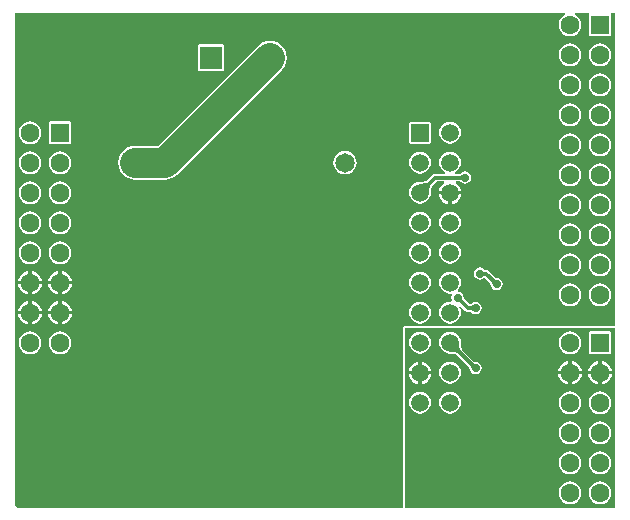
<source format=gbl>
G04 Layer_Physical_Order=2*
G04 Layer_Color=16711680*
%FSLAX25Y25*%
%MOIN*%
G70*
G01*
G75*
%ADD13C,0.01181*%
%ADD14C,0.10000*%
%ADD16C,0.05984*%
%ADD17R,0.05984X0.05984*%
%ADD18C,0.06299*%
%ADD19R,0.06299X0.06299*%
%ADD20R,0.07677X0.07677*%
%ADD21C,0.07677*%
%ADD22C,0.06496*%
%ADD23C,0.02756*%
G36*
X335000Y325000D02*
X265000D01*
Y385000D01*
X335000D01*
Y325000D01*
D02*
G37*
G36*
Y385642D02*
X265000D01*
X264754Y385593D01*
X264546Y385454D01*
X264407Y385246D01*
X264358Y385000D01*
Y325000D01*
X136035D01*
X135449Y325449D01*
X135000Y326035D01*
Y490000D01*
X318474D01*
X318573Y489500D01*
X318094Y489301D01*
X317304Y488696D01*
X316699Y487906D01*
X316318Y486987D01*
X316188Y486000D01*
X316318Y485013D01*
X316699Y484094D01*
X317304Y483304D01*
X318094Y482699D01*
X319013Y482318D01*
X320000Y482188D01*
X320987Y482318D01*
X321906Y482699D01*
X322696Y483304D01*
X323301Y484094D01*
X323682Y485013D01*
X323812Y486000D01*
X323682Y486987D01*
X323301Y487906D01*
X322696Y488696D01*
X321906Y489301D01*
X321427Y489500D01*
X321526Y490000D01*
X326105D01*
X326203Y489868D01*
X326327Y489500D01*
X326257Y489395D01*
X326208Y489150D01*
Y482850D01*
X326257Y482605D01*
X326396Y482396D01*
X326605Y482257D01*
X326850Y482208D01*
X333150D01*
X333395Y482257D01*
X333604Y482396D01*
X333743Y482605D01*
X333792Y482850D01*
Y489150D01*
X333743Y489395D01*
X333673Y489500D01*
X333797Y489868D01*
X333894Y490000D01*
X335000D01*
Y385642D01*
D02*
G37*
%LPC*%
G36*
X270000Y383653D02*
X269055Y383529D01*
X268173Y383164D01*
X267417Y382583D01*
X266836Y381827D01*
X266471Y380945D01*
X266347Y380000D01*
X266471Y379054D01*
X266836Y378173D01*
X267417Y377417D01*
X268173Y376836D01*
X269055Y376471D01*
X270000Y376347D01*
X270946Y376471D01*
X271827Y376836D01*
X272583Y377417D01*
X273164Y378173D01*
X273529Y379054D01*
X273653Y380000D01*
X273529Y380945D01*
X273164Y381827D01*
X272583Y382583D01*
X271827Y383164D01*
X270946Y383529D01*
X270000Y383653D01*
D02*
G37*
G36*
X330591Y373893D02*
Y370590D01*
X333893D01*
X333836Y371028D01*
X333439Y371986D01*
X332808Y372808D01*
X331985Y373439D01*
X331028Y373836D01*
X330591Y373893D01*
D02*
G37*
G36*
X333150Y383792D02*
X326850D01*
X326605Y383743D01*
X326396Y383604D01*
X326257Y383395D01*
X326208Y383150D01*
Y376850D01*
X326257Y376605D01*
X326396Y376396D01*
X326605Y376257D01*
X326850Y376208D01*
X333150D01*
X333395Y376257D01*
X333604Y376396D01*
X333743Y376605D01*
X333792Y376850D01*
Y383150D01*
X333743Y383395D01*
X333604Y383604D01*
X333395Y383743D01*
X333150Y383792D01*
D02*
G37*
G36*
X320000Y383812D02*
X319013Y383682D01*
X318094Y383301D01*
X317304Y382696D01*
X316699Y381906D01*
X316318Y380987D01*
X316188Y380000D01*
X316318Y379013D01*
X316699Y378094D01*
X317304Y377304D01*
X318094Y376699D01*
X319013Y376318D01*
X320000Y376188D01*
X320987Y376318D01*
X321906Y376699D01*
X322696Y377304D01*
X323301Y378094D01*
X323682Y379013D01*
X323812Y380000D01*
X323682Y380987D01*
X323301Y381906D01*
X322696Y382696D01*
X321906Y383301D01*
X320987Y383682D01*
X320000Y383812D01*
D02*
G37*
G36*
X330000Y363812D02*
X329013Y363682D01*
X328094Y363301D01*
X327304Y362696D01*
X326699Y361906D01*
X326318Y360987D01*
X326188Y360000D01*
X326318Y359013D01*
X326699Y358094D01*
X327304Y357304D01*
X328094Y356699D01*
X329013Y356318D01*
X330000Y356188D01*
X330987Y356318D01*
X331906Y356699D01*
X332696Y357304D01*
X333301Y358094D01*
X333682Y359013D01*
X333812Y360000D01*
X333682Y360987D01*
X333301Y361906D01*
X332696Y362696D01*
X331906Y363301D01*
X330987Y363682D01*
X330000Y363812D01*
D02*
G37*
G36*
X320000D02*
X319013Y363682D01*
X318094Y363301D01*
X317304Y362696D01*
X316699Y361906D01*
X316318Y360987D01*
X316188Y360000D01*
X316318Y359013D01*
X316699Y358094D01*
X317304Y357304D01*
X318094Y356699D01*
X319013Y356318D01*
X320000Y356188D01*
X320987Y356318D01*
X321906Y356699D01*
X322696Y357304D01*
X323301Y358094D01*
X323682Y359013D01*
X323812Y360000D01*
X323682Y360987D01*
X323301Y361906D01*
X322696Y362696D01*
X321906Y363301D01*
X320987Y363682D01*
X320000Y363812D01*
D02*
G37*
G36*
X270000Y363653D02*
X269055Y363529D01*
X268173Y363164D01*
X267417Y362583D01*
X266836Y361827D01*
X266471Y360946D01*
X266347Y360000D01*
X266471Y359054D01*
X266836Y358173D01*
X267417Y357417D01*
X268173Y356836D01*
X269055Y356471D01*
X270000Y356347D01*
X270946Y356471D01*
X271827Y356836D01*
X272583Y357417D01*
X273164Y358173D01*
X273529Y359054D01*
X273653Y360000D01*
X273529Y360946D01*
X273164Y361827D01*
X272583Y362583D01*
X271827Y363164D01*
X270946Y363529D01*
X270000Y363653D01*
D02*
G37*
G36*
X319409Y369409D02*
X316107D01*
X316164Y368972D01*
X316561Y368015D01*
X317192Y367192D01*
X318015Y366561D01*
X318972Y366164D01*
X319409Y366107D01*
Y369409D01*
D02*
G37*
G36*
X280000Y363653D02*
X279054Y363529D01*
X278173Y363164D01*
X277417Y362583D01*
X276836Y361827D01*
X276471Y360946D01*
X276347Y360000D01*
X276471Y359054D01*
X276836Y358173D01*
X277417Y357417D01*
X278173Y356836D01*
X279054Y356471D01*
X280000Y356347D01*
X280945Y356471D01*
X281827Y356836D01*
X282583Y357417D01*
X283164Y358173D01*
X283529Y359054D01*
X283653Y360000D01*
X283529Y360946D01*
X283164Y361827D01*
X282583Y362583D01*
X281827Y363164D01*
X280945Y363529D01*
X280000Y363653D01*
D02*
G37*
G36*
X330000Y353812D02*
X329013Y353682D01*
X328094Y353301D01*
X327304Y352696D01*
X326699Y351906D01*
X326318Y350987D01*
X326188Y350000D01*
X326318Y349013D01*
X326699Y348094D01*
X327304Y347304D01*
X328094Y346699D01*
X329013Y346318D01*
X330000Y346188D01*
X330987Y346318D01*
X331906Y346699D01*
X332696Y347304D01*
X333301Y348094D01*
X333682Y349013D01*
X333812Y350000D01*
X333682Y350987D01*
X333301Y351906D01*
X332696Y352696D01*
X331906Y353301D01*
X330987Y353682D01*
X330000Y353812D01*
D02*
G37*
G36*
Y333812D02*
X329013Y333682D01*
X328094Y333301D01*
X327304Y332696D01*
X326699Y331906D01*
X326318Y330987D01*
X326188Y330000D01*
X326318Y329013D01*
X326699Y328094D01*
X327304Y327304D01*
X328094Y326699D01*
X329013Y326318D01*
X330000Y326188D01*
X330987Y326318D01*
X331906Y326699D01*
X332696Y327304D01*
X333301Y328094D01*
X333682Y329013D01*
X333812Y330000D01*
X333682Y330987D01*
X333301Y331906D01*
X332696Y332696D01*
X331906Y333301D01*
X330987Y333682D01*
X330000Y333812D01*
D02*
G37*
G36*
X320000D02*
X319013Y333682D01*
X318094Y333301D01*
X317304Y332696D01*
X316699Y331906D01*
X316318Y330987D01*
X316188Y330000D01*
X316318Y329013D01*
X316699Y328094D01*
X317304Y327304D01*
X318094Y326699D01*
X319013Y326318D01*
X320000Y326188D01*
X320987Y326318D01*
X321906Y326699D01*
X322696Y327304D01*
X323301Y328094D01*
X323682Y329013D01*
X323812Y330000D01*
X323682Y330987D01*
X323301Y331906D01*
X322696Y332696D01*
X321906Y333301D01*
X320987Y333682D01*
X320000Y333812D01*
D02*
G37*
G36*
Y343812D02*
X319013Y343682D01*
X318094Y343301D01*
X317304Y342696D01*
X316699Y341906D01*
X316318Y340987D01*
X316188Y340000D01*
X316318Y339013D01*
X316699Y338094D01*
X317304Y337304D01*
X318094Y336699D01*
X319013Y336318D01*
X320000Y336188D01*
X320987Y336318D01*
X321906Y336699D01*
X322696Y337304D01*
X323301Y338094D01*
X323682Y339013D01*
X323812Y340000D01*
X323682Y340987D01*
X323301Y341906D01*
X322696Y342696D01*
X321906Y343301D01*
X320987Y343682D01*
X320000Y343812D01*
D02*
G37*
G36*
Y353812D02*
X319013Y353682D01*
X318094Y353301D01*
X317304Y352696D01*
X316699Y351906D01*
X316318Y350987D01*
X316188Y350000D01*
X316318Y349013D01*
X316699Y348094D01*
X317304Y347304D01*
X318094Y346699D01*
X319013Y346318D01*
X320000Y346188D01*
X320987Y346318D01*
X321906Y346699D01*
X322696Y347304D01*
X323301Y348094D01*
X323682Y349013D01*
X323812Y350000D01*
X323682Y350987D01*
X323301Y351906D01*
X322696Y352696D01*
X321906Y353301D01*
X320987Y353682D01*
X320000Y353812D01*
D02*
G37*
G36*
X330000Y343812D02*
X329013Y343682D01*
X328094Y343301D01*
X327304Y342696D01*
X326699Y341906D01*
X326318Y340987D01*
X326188Y340000D01*
X326318Y339013D01*
X326699Y338094D01*
X327304Y337304D01*
X328094Y336699D01*
X329013Y336318D01*
X330000Y336188D01*
X330987Y336318D01*
X331906Y336699D01*
X332696Y337304D01*
X333301Y338094D01*
X333682Y339013D01*
X333812Y340000D01*
X333682Y340987D01*
X333301Y341906D01*
X332696Y342696D01*
X331906Y343301D01*
X330987Y343682D01*
X330000Y343812D01*
D02*
G37*
G36*
X329410Y369409D02*
X326107D01*
X326164Y368972D01*
X326561Y368015D01*
X327192Y367192D01*
X328014Y366561D01*
X328972Y366164D01*
X329410Y366107D01*
Y369409D01*
D02*
G37*
G36*
Y373893D02*
X328972Y373836D01*
X328014Y373439D01*
X327192Y372808D01*
X326561Y371986D01*
X326164Y371028D01*
X326107Y370590D01*
X329410D01*
Y373893D01*
D02*
G37*
G36*
X319409D02*
X318972Y373836D01*
X318015Y373439D01*
X317192Y372808D01*
X316561Y371986D01*
X316164Y371028D01*
X316107Y370590D01*
X319409D01*
Y373893D01*
D02*
G37*
G36*
X269409Y373734D02*
X269013Y373682D01*
X268094Y373301D01*
X267304Y372696D01*
X266699Y371906D01*
X266318Y370987D01*
X266266Y370590D01*
X269409D01*
Y373734D01*
D02*
G37*
G36*
X320590Y373893D02*
Y370590D01*
X323893D01*
X323836Y371028D01*
X323439Y371986D01*
X322808Y372808D01*
X321986Y373439D01*
X321028Y373836D01*
X320590Y373893D01*
D02*
G37*
G36*
X270590Y373734D02*
Y370590D01*
X273734D01*
X273682Y370987D01*
X273301Y371906D01*
X272696Y372696D01*
X271906Y373301D01*
X270987Y373682D01*
X270590Y373734D01*
D02*
G37*
G36*
X280000Y383653D02*
X279054Y383529D01*
X278173Y383164D01*
X277417Y382583D01*
X276836Y381827D01*
X276471Y380945D01*
X276347Y380000D01*
X276471Y379054D01*
X276836Y378173D01*
X277417Y377417D01*
X278173Y376836D01*
X279054Y376471D01*
X280000Y376347D01*
X280121Y376363D01*
X280777Y376343D01*
X281091Y376311D01*
X281382Y376264D01*
X281641Y376205D01*
X281868Y376135D01*
X282063Y376057D01*
X282227Y375971D01*
X282359Y375881D01*
X286299Y371941D01*
X286348Y371875D01*
X286389Y371811D01*
X286421Y371752D01*
X286444Y371699D01*
X286461Y371650D01*
X286472Y371604D01*
X286472Y371599D01*
X286453Y371500D01*
X286609Y370717D01*
X287052Y370052D01*
X287717Y369609D01*
X288500Y369453D01*
X289283Y369609D01*
X289948Y370052D01*
X290391Y370717D01*
X290547Y371500D01*
X290391Y372283D01*
X289948Y372948D01*
X289283Y373391D01*
X288500Y373547D01*
X288402Y373528D01*
X288396Y373528D01*
X288351Y373539D01*
X288301Y373556D01*
X288248Y373579D01*
X288189Y373611D01*
X288125Y373652D01*
X288059Y373701D01*
X284119Y377641D01*
X284030Y377773D01*
X283944Y377937D01*
X283864Y378132D01*
X283795Y378359D01*
X283736Y378618D01*
X283691Y378900D01*
X283638Y379590D01*
X283635Y379863D01*
X283653Y380000D01*
X283529Y380945D01*
X283164Y381827D01*
X282583Y382583D01*
X281827Y383164D01*
X280945Y383529D01*
X280000Y383653D01*
D02*
G37*
G36*
X333893Y369409D02*
X330591D01*
Y366107D01*
X331028Y366164D01*
X331985Y366561D01*
X332808Y367192D01*
X333439Y368015D01*
X333836Y368972D01*
X333893Y369409D01*
D02*
G37*
G36*
X323893D02*
X320590D01*
Y366107D01*
X321028Y366164D01*
X321986Y366561D01*
X322808Y367192D01*
X323439Y368015D01*
X323836Y368972D01*
X323893Y369409D01*
D02*
G37*
G36*
X269409D02*
X266266D01*
X266318Y369013D01*
X266699Y368094D01*
X267304Y367304D01*
X268094Y366699D01*
X269013Y366318D01*
X269409Y366266D01*
Y369409D01*
D02*
G37*
G36*
X280000Y373653D02*
X279054Y373529D01*
X278173Y373164D01*
X277417Y372583D01*
X276836Y371827D01*
X276471Y370946D01*
X276347Y370000D01*
X276471Y369055D01*
X276836Y368173D01*
X277417Y367417D01*
X278173Y366836D01*
X279054Y366471D01*
X280000Y366347D01*
X280945Y366471D01*
X281827Y366836D01*
X282583Y367417D01*
X283164Y368173D01*
X283529Y369055D01*
X283653Y370000D01*
X283529Y370946D01*
X283164Y371827D01*
X282583Y372583D01*
X281827Y373164D01*
X280945Y373529D01*
X280000Y373653D01*
D02*
G37*
G36*
X273734Y369409D02*
X270590D01*
Y366266D01*
X270987Y366318D01*
X271906Y366699D01*
X272696Y367304D01*
X273301Y368094D01*
X273682Y369013D01*
X273734Y369409D01*
D02*
G37*
%LPD*%
G36*
X282996Y379562D02*
X283052Y378825D01*
X283105Y378496D01*
X283174Y378193D01*
X283259Y377917D01*
X283360Y377667D01*
X283477Y377443D01*
X283611Y377245D01*
X283761Y377074D01*
X282926Y376239D01*
X282755Y376389D01*
X282557Y376522D01*
X282333Y376640D01*
X282083Y376741D01*
X281807Y376826D01*
X281504Y376895D01*
X281175Y376948D01*
X280820Y376984D01*
X280030Y377008D01*
X282992Y379970D01*
X282996Y379562D01*
D02*
G37*
G36*
X287555Y373286D02*
X287657Y373199D01*
X287760Y373123D01*
X287863Y373057D01*
X287966Y373001D01*
X288070Y372956D01*
X288173Y372921D01*
X288277Y372896D01*
X288382Y372882D01*
X288486Y372878D01*
X287122Y371514D01*
X287118Y371618D01*
X287104Y371723D01*
X287079Y371827D01*
X287044Y371931D01*
X286999Y372034D01*
X286943Y372137D01*
X286877Y372240D01*
X286801Y372343D01*
X286714Y372445D01*
X286617Y372547D01*
X287453Y373382D01*
X287555Y373286D01*
D02*
G37*
%LPC*%
G36*
X149409Y389409D02*
X146107D01*
X146164Y388972D01*
X146561Y388015D01*
X147192Y387192D01*
X148014Y386561D01*
X148972Y386164D01*
X149409Y386107D01*
Y389409D01*
D02*
G37*
G36*
X139409D02*
X136107D01*
X136164Y388972D01*
X136561Y388015D01*
X137192Y387192D01*
X138014Y386561D01*
X138972Y386164D01*
X139409Y386107D01*
Y389409D01*
D02*
G37*
G36*
X143893D02*
X140591D01*
Y386107D01*
X141028Y386164D01*
X141985Y386561D01*
X142808Y387192D01*
X143439Y388015D01*
X143836Y388972D01*
X143893Y389409D01*
D02*
G37*
G36*
X270000Y393653D02*
X269055Y393529D01*
X268173Y393164D01*
X267417Y392583D01*
X266836Y391827D01*
X266471Y390946D01*
X266347Y390000D01*
X266471Y389054D01*
X266836Y388173D01*
X267417Y387417D01*
X268173Y386836D01*
X269055Y386471D01*
X270000Y386347D01*
X270946Y386471D01*
X271827Y386836D01*
X272583Y387417D01*
X273164Y388173D01*
X273529Y389054D01*
X273653Y390000D01*
X273529Y390946D01*
X273164Y391827D01*
X272583Y392583D01*
X271827Y393164D01*
X270946Y393529D01*
X270000Y393653D01*
D02*
G37*
G36*
X153893Y389409D02*
X150591D01*
Y386107D01*
X151028Y386164D01*
X151986Y386561D01*
X152808Y387192D01*
X153439Y388015D01*
X153836Y388972D01*
X153893Y389409D01*
D02*
G37*
G36*
X140000Y383812D02*
X139013Y383682D01*
X138094Y383301D01*
X137304Y382696D01*
X136699Y381906D01*
X136318Y380987D01*
X136188Y380000D01*
X136318Y379013D01*
X136699Y378094D01*
X137304Y377304D01*
X138094Y376699D01*
X139013Y376318D01*
X140000Y376188D01*
X140987Y376318D01*
X141906Y376699D01*
X142696Y377304D01*
X143301Y378094D01*
X143682Y379013D01*
X143812Y380000D01*
X143682Y380987D01*
X143301Y381906D01*
X142696Y382696D01*
X141906Y383301D01*
X140987Y383682D01*
X140000Y383812D01*
D02*
G37*
G36*
X150000D02*
X149013Y383682D01*
X148094Y383301D01*
X147304Y382696D01*
X146699Y381906D01*
X146318Y380987D01*
X146188Y380000D01*
X146318Y379013D01*
X146699Y378094D01*
X147304Y377304D01*
X148094Y376699D01*
X149013Y376318D01*
X150000Y376188D01*
X150987Y376318D01*
X151906Y376699D01*
X152696Y377304D01*
X153301Y378094D01*
X153682Y379013D01*
X153812Y380000D01*
X153682Y380987D01*
X153301Y381906D01*
X152696Y382696D01*
X151906Y383301D01*
X150987Y383682D01*
X150000Y383812D01*
D02*
G37*
G36*
X139409Y393893D02*
X138972Y393836D01*
X138014Y393439D01*
X137192Y392808D01*
X136561Y391986D01*
X136164Y391028D01*
X136107Y390591D01*
X139409D01*
Y393893D01*
D02*
G37*
G36*
X149409Y399410D02*
X146107D01*
X146164Y398972D01*
X146561Y398014D01*
X147192Y397192D01*
X148014Y396561D01*
X148972Y396164D01*
X149409Y396107D01*
Y399410D01*
D02*
G37*
G36*
X139409D02*
X136107D01*
X136164Y398972D01*
X136561Y398014D01*
X137192Y397192D01*
X138014Y396561D01*
X138972Y396164D01*
X139409Y396107D01*
Y399410D01*
D02*
G37*
G36*
X143893D02*
X140591D01*
Y396107D01*
X141028Y396164D01*
X141985Y396561D01*
X142808Y397192D01*
X143439Y398014D01*
X143836Y398972D01*
X143893Y399410D01*
D02*
G37*
G36*
X270000Y403653D02*
X269055Y403529D01*
X268173Y403164D01*
X267417Y402583D01*
X266836Y401827D01*
X266471Y400946D01*
X266347Y400000D01*
X266471Y399055D01*
X266836Y398173D01*
X267417Y397417D01*
X268173Y396836D01*
X269055Y396471D01*
X270000Y396347D01*
X270946Y396471D01*
X271827Y396836D01*
X272583Y397417D01*
X273164Y398173D01*
X273529Y399055D01*
X273653Y400000D01*
X273529Y400946D01*
X273164Y401827D01*
X272583Y402583D01*
X271827Y403164D01*
X270946Y403529D01*
X270000Y403653D01*
D02*
G37*
G36*
X153893Y399410D02*
X150591D01*
Y396107D01*
X151028Y396164D01*
X151986Y396561D01*
X152808Y397192D01*
X153439Y398014D01*
X153836Y398972D01*
X153893Y399410D01*
D02*
G37*
G36*
X280000Y403653D02*
X279054Y403529D01*
X278173Y403164D01*
X277417Y402583D01*
X276836Y401827D01*
X276471Y400946D01*
X276347Y400000D01*
X276471Y399055D01*
X276836Y398173D01*
X277417Y397417D01*
X278173Y396836D01*
X279054Y396471D01*
X280000Y396347D01*
X280421Y396402D01*
X280711Y395936D01*
X280609Y395783D01*
X280453Y395000D01*
X280609Y394217D01*
X280711Y394064D01*
X280421Y393598D01*
X280000Y393653D01*
X279054Y393529D01*
X278173Y393164D01*
X277417Y392583D01*
X276836Y391827D01*
X276471Y390946D01*
X276347Y390000D01*
X276471Y389054D01*
X276836Y388173D01*
X277417Y387417D01*
X278173Y386836D01*
X279054Y386471D01*
X280000Y386347D01*
X280945Y386471D01*
X281827Y386836D01*
X282583Y387417D01*
X283164Y388173D01*
X283529Y389054D01*
X283653Y390000D01*
X283529Y390946D01*
X283164Y391827D01*
X283023Y392010D01*
X283400Y392340D01*
X285120Y390620D01*
X285524Y390350D01*
X286000Y390256D01*
X286632D01*
X286713Y390244D01*
X286787Y390227D01*
X286851Y390208D01*
X286906Y390187D01*
X286952Y390164D01*
X286992Y390139D01*
X286997Y390136D01*
X287052Y390052D01*
X287717Y389609D01*
X288500Y389453D01*
X289283Y389609D01*
X289948Y390052D01*
X290391Y390717D01*
X290547Y391500D01*
X290391Y392283D01*
X289948Y392948D01*
X289283Y393391D01*
X288500Y393547D01*
X287717Y393391D01*
X287052Y392948D01*
X286997Y392864D01*
X286992Y392861D01*
X286952Y392836D01*
X286906Y392813D01*
X286851Y392792D01*
X286787Y392773D01*
X286713Y392756D01*
X286632Y392744D01*
X286515D01*
X284701Y394559D01*
X284652Y394625D01*
X284611Y394689D01*
X284579Y394748D01*
X284556Y394801D01*
X284539Y394850D01*
X284528Y394896D01*
X284528Y394901D01*
X284547Y395000D01*
X284391Y395783D01*
X283948Y396448D01*
X283283Y396891D01*
X282836Y396980D01*
X282743Y397141D01*
X282666Y397524D01*
X283164Y398173D01*
X283529Y399055D01*
X283653Y400000D01*
X283529Y400946D01*
X283164Y401827D01*
X282583Y402583D01*
X281827Y403164D01*
X280945Y403529D01*
X280000Y403653D01*
D02*
G37*
G36*
X140591Y393893D02*
Y390591D01*
X143893D01*
X143836Y391028D01*
X143439Y391986D01*
X142808Y392808D01*
X141985Y393439D01*
X141028Y393836D01*
X140591Y393893D01*
D02*
G37*
G36*
X149409D02*
X148972Y393836D01*
X148014Y393439D01*
X147192Y392808D01*
X146561Y391986D01*
X146164Y391028D01*
X146107Y390591D01*
X149409D01*
Y393893D01*
D02*
G37*
G36*
X150591D02*
Y390591D01*
X153893D01*
X153836Y391028D01*
X153439Y391986D01*
X152808Y392808D01*
X151986Y393439D01*
X151028Y393836D01*
X150591Y393893D01*
D02*
G37*
G36*
X330000Y399812D02*
X329013Y399682D01*
X328094Y399301D01*
X327304Y398696D01*
X326699Y397906D01*
X326318Y396987D01*
X326188Y396000D01*
X326318Y395013D01*
X326699Y394094D01*
X327304Y393304D01*
X328094Y392699D01*
X329013Y392318D01*
X330000Y392188D01*
X330987Y392318D01*
X331906Y392699D01*
X332696Y393304D01*
X333301Y394094D01*
X333682Y395013D01*
X333812Y396000D01*
X333682Y396987D01*
X333301Y397906D01*
X332696Y398696D01*
X331906Y399301D01*
X330987Y399682D01*
X330000Y399812D01*
D02*
G37*
G36*
X320000D02*
X319013Y399682D01*
X318094Y399301D01*
X317304Y398696D01*
X316699Y397906D01*
X316318Y396987D01*
X316188Y396000D01*
X316318Y395013D01*
X316699Y394094D01*
X317304Y393304D01*
X318094Y392699D01*
X319013Y392318D01*
X320000Y392188D01*
X320987Y392318D01*
X321906Y392699D01*
X322696Y393304D01*
X323301Y394094D01*
X323682Y395013D01*
X323812Y396000D01*
X323682Y396987D01*
X323301Y397906D01*
X322696Y398696D01*
X321906Y399301D01*
X320987Y399682D01*
X320000Y399812D01*
D02*
G37*
G36*
X290000Y405047D02*
X289217Y404891D01*
X288552Y404448D01*
X288109Y403783D01*
X287953Y403000D01*
X288109Y402217D01*
X288552Y401552D01*
X289217Y401109D01*
X290000Y400953D01*
X290783Y401109D01*
X291448Y401552D01*
X291666Y401574D01*
X293299Y399941D01*
X293348Y399875D01*
X293389Y399811D01*
X293421Y399752D01*
X293444Y399699D01*
X293461Y399650D01*
X293472Y399604D01*
X293472Y399599D01*
X293453Y399500D01*
X293609Y398717D01*
X294052Y398052D01*
X294717Y397609D01*
X295500Y397453D01*
X296283Y397609D01*
X296948Y398052D01*
X297391Y398717D01*
X297547Y399500D01*
X297391Y400283D01*
X296948Y400948D01*
X296283Y401391D01*
X295500Y401547D01*
X295402Y401528D01*
X295396Y401528D01*
X295351Y401539D01*
X295301Y401556D01*
X295248Y401579D01*
X295189Y401611D01*
X295125Y401652D01*
X295059Y401701D01*
X292880Y403880D01*
X292476Y404150D01*
X292000Y404244D01*
X291669D01*
X291579Y404251D01*
X291448Y404448D01*
X290783Y404891D01*
X290000Y405047D01*
D02*
G37*
G36*
X320000Y459812D02*
X319013Y459682D01*
X318094Y459301D01*
X317304Y458696D01*
X316699Y457906D01*
X316318Y456987D01*
X316188Y456000D01*
X316318Y455013D01*
X316699Y454094D01*
X317304Y453304D01*
X318094Y452699D01*
X319013Y452318D01*
X320000Y452188D01*
X320987Y452318D01*
X321906Y452699D01*
X322696Y453304D01*
X323301Y454094D01*
X323682Y455013D01*
X323812Y456000D01*
X323682Y456987D01*
X323301Y457906D01*
X322696Y458696D01*
X321906Y459301D01*
X320987Y459682D01*
X320000Y459812D01*
D02*
G37*
G36*
X283734Y429410D02*
X280591D01*
Y426266D01*
X280987Y426318D01*
X281906Y426699D01*
X282696Y427304D01*
X283301Y428094D01*
X283682Y429013D01*
X283734Y429410D01*
D02*
G37*
G36*
X320000Y439812D02*
X319013Y439682D01*
X318094Y439301D01*
X317304Y438696D01*
X316699Y437906D01*
X316318Y436987D01*
X316188Y436000D01*
X316318Y435013D01*
X316699Y434094D01*
X317304Y433304D01*
X318094Y432699D01*
X319013Y432318D01*
X320000Y432188D01*
X320987Y432318D01*
X321906Y432699D01*
X322696Y433304D01*
X323301Y434094D01*
X323682Y435013D01*
X323812Y436000D01*
X323682Y436987D01*
X323301Y437906D01*
X322696Y438696D01*
X321906Y439301D01*
X320987Y439682D01*
X320000Y439812D01*
D02*
G37*
G36*
X280000Y443653D02*
X279054Y443529D01*
X278173Y443164D01*
X277417Y442583D01*
X276836Y441827D01*
X276471Y440945D01*
X276347Y440000D01*
X276471Y439054D01*
X276836Y438173D01*
X277417Y437417D01*
X278173Y436836D01*
X278395Y436744D01*
X278295Y436244D01*
X275000D01*
X274524Y436150D01*
X274120Y435880D01*
X272359Y434119D01*
X272227Y434029D01*
X272063Y433944D01*
X271868Y433864D01*
X271641Y433795D01*
X271382Y433736D01*
X271100Y433691D01*
X270410Y433638D01*
X270137Y433635D01*
X270000Y433653D01*
X269055Y433529D01*
X268173Y433164D01*
X267417Y432583D01*
X266836Y431827D01*
X266471Y430945D01*
X266347Y430000D01*
X266471Y429054D01*
X266836Y428173D01*
X267417Y427417D01*
X268173Y426836D01*
X269055Y426471D01*
X270000Y426347D01*
X270946Y426471D01*
X271827Y426836D01*
X272583Y427417D01*
X273164Y428173D01*
X273529Y429054D01*
X273653Y430000D01*
X273637Y430121D01*
X273657Y430777D01*
X273689Y431091D01*
X273736Y431382D01*
X273795Y431641D01*
X273865Y431868D01*
X273943Y432063D01*
X274029Y432227D01*
X274119Y432359D01*
X275515Y433756D01*
X277895D01*
X278022Y433466D01*
X278034Y433256D01*
X277304Y432696D01*
X276699Y431906D01*
X276318Y430987D01*
X276266Y430590D01*
X280000D01*
X283734D01*
X283682Y430987D01*
X283301Y431906D01*
X282696Y432696D01*
X281966Y433256D01*
X281978Y433466D01*
X282105Y433756D01*
X283132D01*
X283213Y433744D01*
X283287Y433727D01*
X283351Y433708D01*
X283406Y433687D01*
X283452Y433664D01*
X283492Y433639D01*
X283497Y433636D01*
X283552Y433552D01*
X284217Y433109D01*
X285000Y432953D01*
X285783Y433109D01*
X286448Y433552D01*
X286891Y434217D01*
X287047Y435000D01*
X286891Y435783D01*
X286448Y436448D01*
X285783Y436891D01*
X285000Y437047D01*
X284217Y436891D01*
X283552Y436448D01*
X283497Y436364D01*
X283492Y436361D01*
X283452Y436336D01*
X283406Y436313D01*
X283351Y436292D01*
X283287Y436273D01*
X283213Y436256D01*
X283132Y436244D01*
X281704D01*
X281605Y436744D01*
X281827Y436836D01*
X282583Y437417D01*
X283164Y438173D01*
X283529Y439054D01*
X283653Y440000D01*
X283529Y440945D01*
X283164Y441827D01*
X282583Y442583D01*
X281827Y443164D01*
X280945Y443529D01*
X280000Y443653D01*
D02*
G37*
G36*
X330000Y439812D02*
X329013Y439682D01*
X328094Y439301D01*
X327304Y438696D01*
X326699Y437906D01*
X326318Y436987D01*
X326188Y436000D01*
X326318Y435013D01*
X326699Y434094D01*
X327304Y433304D01*
X328094Y432699D01*
X329013Y432318D01*
X330000Y432188D01*
X330987Y432318D01*
X331906Y432699D01*
X332696Y433304D01*
X333301Y434094D01*
X333682Y435013D01*
X333812Y436000D01*
X333682Y436987D01*
X333301Y437906D01*
X332696Y438696D01*
X331906Y439301D01*
X330987Y439682D01*
X330000Y439812D01*
D02*
G37*
G36*
X140000Y433812D02*
X139013Y433682D01*
X138094Y433301D01*
X137304Y432696D01*
X136699Y431906D01*
X136318Y430987D01*
X136188Y430000D01*
X136318Y429013D01*
X136699Y428094D01*
X137304Y427304D01*
X138094Y426699D01*
X139013Y426318D01*
X140000Y426188D01*
X140987Y426318D01*
X141906Y426699D01*
X142696Y427304D01*
X143301Y428094D01*
X143682Y429013D01*
X143812Y430000D01*
X143682Y430987D01*
X143301Y431906D01*
X142696Y432696D01*
X141906Y433301D01*
X140987Y433682D01*
X140000Y433812D01*
D02*
G37*
G36*
X330000Y429812D02*
X329013Y429682D01*
X328094Y429301D01*
X327304Y428696D01*
X326699Y427906D01*
X326318Y426987D01*
X326188Y426000D01*
X326318Y425013D01*
X326699Y424094D01*
X327304Y423304D01*
X328094Y422699D01*
X329013Y422318D01*
X330000Y422188D01*
X330987Y422318D01*
X331906Y422699D01*
X332696Y423304D01*
X333301Y424094D01*
X333682Y425013D01*
X333812Y426000D01*
X333682Y426987D01*
X333301Y427906D01*
X332696Y428696D01*
X331906Y429301D01*
X330987Y429682D01*
X330000Y429812D01*
D02*
G37*
G36*
X150000Y433812D02*
X149013Y433682D01*
X148094Y433301D01*
X147304Y432696D01*
X146699Y431906D01*
X146318Y430987D01*
X146188Y430000D01*
X146318Y429013D01*
X146699Y428094D01*
X147304Y427304D01*
X148094Y426699D01*
X149013Y426318D01*
X150000Y426188D01*
X150987Y426318D01*
X151906Y426699D01*
X152696Y427304D01*
X153301Y428094D01*
X153682Y429013D01*
X153812Y430000D01*
X153682Y430987D01*
X153301Y431906D01*
X152696Y432696D01*
X151906Y433301D01*
X150987Y433682D01*
X150000Y433812D01*
D02*
G37*
G36*
X279410Y429410D02*
X276266D01*
X276318Y429013D01*
X276699Y428094D01*
X277304Y427304D01*
X278094Y426699D01*
X279013Y426318D01*
X279410Y426266D01*
Y429410D01*
D02*
G37*
G36*
X330000Y459812D02*
X329013Y459682D01*
X328094Y459301D01*
X327304Y458696D01*
X326699Y457906D01*
X326318Y456987D01*
X326188Y456000D01*
X326318Y455013D01*
X326699Y454094D01*
X327304Y453304D01*
X328094Y452699D01*
X329013Y452318D01*
X330000Y452188D01*
X330987Y452318D01*
X331906Y452699D01*
X332696Y453304D01*
X333301Y454094D01*
X333682Y455013D01*
X333812Y456000D01*
X333682Y456987D01*
X333301Y457906D01*
X332696Y458696D01*
X331906Y459301D01*
X330987Y459682D01*
X330000Y459812D01*
D02*
G37*
G36*
X272992Y453634D02*
X267008D01*
X266762Y453585D01*
X266554Y453446D01*
X266414Y453238D01*
X266366Y452992D01*
Y447008D01*
X266414Y446762D01*
X266554Y446554D01*
X266762Y446415D01*
X267008Y446366D01*
X272992D01*
X273238Y446415D01*
X273446Y446554D01*
X273586Y446762D01*
X273634Y447008D01*
Y452992D01*
X273586Y453238D01*
X273446Y453446D01*
X273238Y453585D01*
X272992Y453634D01*
D02*
G37*
G36*
X330000Y449812D02*
X329013Y449682D01*
X328094Y449301D01*
X327304Y448696D01*
X326699Y447906D01*
X326318Y446987D01*
X326188Y446000D01*
X326318Y445013D01*
X326699Y444094D01*
X327304Y443304D01*
X328094Y442699D01*
X329013Y442318D01*
X330000Y442188D01*
X330987Y442318D01*
X331906Y442699D01*
X332696Y443304D01*
X333301Y444094D01*
X333682Y445013D01*
X333812Y446000D01*
X333682Y446987D01*
X333301Y447906D01*
X332696Y448696D01*
X331906Y449301D01*
X330987Y449682D01*
X330000Y449812D01*
D02*
G37*
G36*
X320000D02*
X319013Y449682D01*
X318094Y449301D01*
X317304Y448696D01*
X316699Y447906D01*
X316318Y446987D01*
X316188Y446000D01*
X316318Y445013D01*
X316699Y444094D01*
X317304Y443304D01*
X318094Y442699D01*
X319013Y442318D01*
X320000Y442188D01*
X320987Y442318D01*
X321906Y442699D01*
X322696Y443304D01*
X323301Y444094D01*
X323682Y445013D01*
X323812Y446000D01*
X323682Y446987D01*
X323301Y447906D01*
X322696Y448696D01*
X321906Y449301D01*
X320987Y449682D01*
X320000Y449812D01*
D02*
G37*
G36*
X140000Y453812D02*
X139013Y453682D01*
X138094Y453301D01*
X137304Y452696D01*
X136699Y451906D01*
X136318Y450987D01*
X136188Y450000D01*
X136318Y449013D01*
X136699Y448094D01*
X137304Y447304D01*
X138094Y446699D01*
X139013Y446318D01*
X140000Y446188D01*
X140987Y446318D01*
X141906Y446699D01*
X142696Y447304D01*
X143301Y448094D01*
X143682Y449013D01*
X143812Y450000D01*
X143682Y450987D01*
X143301Y451906D01*
X142696Y452696D01*
X141906Y453301D01*
X140987Y453682D01*
X140000Y453812D01*
D02*
G37*
G36*
X280000Y453653D02*
X279054Y453529D01*
X278173Y453164D01*
X277417Y452583D01*
X276836Y451827D01*
X276471Y450946D01*
X276347Y450000D01*
X276471Y449054D01*
X276836Y448173D01*
X277417Y447417D01*
X278173Y446836D01*
X279054Y446471D01*
X280000Y446347D01*
X280945Y446471D01*
X281827Y446836D01*
X282583Y447417D01*
X283164Y448173D01*
X283529Y449054D01*
X283653Y450000D01*
X283529Y450946D01*
X283164Y451827D01*
X282583Y452583D01*
X281827Y453164D01*
X280945Y453529D01*
X280000Y453653D01*
D02*
G37*
G36*
X153150Y453792D02*
X146850D01*
X146605Y453743D01*
X146396Y453604D01*
X146257Y453395D01*
X146208Y453150D01*
Y446850D01*
X146257Y446605D01*
X146396Y446396D01*
X146605Y446257D01*
X146850Y446208D01*
X153150D01*
X153395Y446257D01*
X153604Y446396D01*
X153743Y446605D01*
X153792Y446850D01*
Y453150D01*
X153743Y453395D01*
X153604Y453604D01*
X153395Y453743D01*
X153150Y453792D01*
D02*
G37*
G36*
X245000Y443911D02*
X243988Y443778D01*
X243044Y443387D01*
X242234Y442766D01*
X241613Y441956D01*
X241222Y441012D01*
X241089Y440000D01*
X241222Y438988D01*
X241613Y438044D01*
X242234Y437234D01*
X243044Y436613D01*
X243988Y436222D01*
X245000Y436089D01*
X246012Y436222D01*
X246956Y436613D01*
X247766Y437234D01*
X248387Y438044D01*
X248778Y438988D01*
X248911Y440000D01*
X248778Y441012D01*
X248387Y441956D01*
X247766Y442766D01*
X246956Y443387D01*
X246012Y443778D01*
X245000Y443911D01*
D02*
G37*
G36*
X220000Y480679D02*
X218530Y480485D01*
X217161Y479918D01*
X215985Y479015D01*
X182648Y445679D01*
X175000D01*
X173530Y445485D01*
X172161Y444918D01*
X170985Y444015D01*
X170082Y442839D01*
X169515Y441470D01*
X169322Y440000D01*
X169515Y438530D01*
X170082Y437161D01*
X170985Y435985D01*
X172161Y435082D01*
X173530Y434515D01*
X175000Y434321D01*
X185000D01*
X185000Y434321D01*
X186470Y434515D01*
X187839Y435082D01*
X189015Y435985D01*
X224015Y470985D01*
X224918Y472161D01*
X225485Y473530D01*
X225678Y475000D01*
X225485Y476470D01*
X224918Y477839D01*
X224015Y479015D01*
X222839Y479918D01*
X221470Y480485D01*
X220000Y480679D01*
D02*
G37*
G36*
X140000Y443812D02*
X139013Y443682D01*
X138094Y443301D01*
X137304Y442696D01*
X136699Y441906D01*
X136318Y440987D01*
X136188Y440000D01*
X136318Y439013D01*
X136699Y438094D01*
X137304Y437304D01*
X138094Y436699D01*
X139013Y436318D01*
X140000Y436188D01*
X140987Y436318D01*
X141906Y436699D01*
X142696Y437304D01*
X143301Y438094D01*
X143682Y439013D01*
X143812Y440000D01*
X143682Y440987D01*
X143301Y441906D01*
X142696Y442696D01*
X141906Y443301D01*
X140987Y443682D01*
X140000Y443812D01*
D02*
G37*
G36*
X270000Y443653D02*
X269055Y443529D01*
X268173Y443164D01*
X267417Y442583D01*
X266836Y441827D01*
X266471Y440945D01*
X266347Y440000D01*
X266471Y439054D01*
X266836Y438173D01*
X267417Y437417D01*
X268173Y436836D01*
X269055Y436471D01*
X270000Y436347D01*
X270946Y436471D01*
X271827Y436836D01*
X272583Y437417D01*
X273164Y438173D01*
X273529Y439054D01*
X273653Y440000D01*
X273529Y440945D01*
X273164Y441827D01*
X272583Y442583D01*
X271827Y443164D01*
X270946Y443529D01*
X270000Y443653D01*
D02*
G37*
G36*
X150000Y443812D02*
X149013Y443682D01*
X148094Y443301D01*
X147304Y442696D01*
X146699Y441906D01*
X146318Y440987D01*
X146188Y440000D01*
X146318Y439013D01*
X146699Y438094D01*
X147304Y437304D01*
X148094Y436699D01*
X149013Y436318D01*
X150000Y436188D01*
X150987Y436318D01*
X151906Y436699D01*
X152696Y437304D01*
X153301Y438094D01*
X153682Y439013D01*
X153812Y440000D01*
X153682Y440987D01*
X153301Y441906D01*
X152696Y442696D01*
X151906Y443301D01*
X150987Y443682D01*
X150000Y443812D01*
D02*
G37*
G36*
X320000Y429812D02*
X319013Y429682D01*
X318094Y429301D01*
X317304Y428696D01*
X316699Y427906D01*
X316318Y426987D01*
X316188Y426000D01*
X316318Y425013D01*
X316699Y424094D01*
X317304Y423304D01*
X318094Y422699D01*
X319013Y422318D01*
X320000Y422188D01*
X320987Y422318D01*
X321906Y422699D01*
X322696Y423304D01*
X323301Y424094D01*
X323682Y425013D01*
X323812Y426000D01*
X323682Y426987D01*
X323301Y427906D01*
X322696Y428696D01*
X321906Y429301D01*
X320987Y429682D01*
X320000Y429812D01*
D02*
G37*
G36*
Y479812D02*
X319013Y479682D01*
X318094Y479301D01*
X317304Y478696D01*
X316699Y477906D01*
X316318Y476987D01*
X316188Y476000D01*
X316318Y475013D01*
X316699Y474094D01*
X317304Y473304D01*
X318094Y472699D01*
X319013Y472318D01*
X320000Y472188D01*
X320987Y472318D01*
X321906Y472699D01*
X322696Y473304D01*
X323301Y474094D01*
X323682Y475013D01*
X323812Y476000D01*
X323682Y476987D01*
X323301Y477906D01*
X322696Y478696D01*
X321906Y479301D01*
X320987Y479682D01*
X320000Y479812D01*
D02*
G37*
G36*
Y409812D02*
X319013Y409682D01*
X318094Y409301D01*
X317304Y408696D01*
X316699Y407906D01*
X316318Y406987D01*
X316188Y406000D01*
X316318Y405013D01*
X316699Y404094D01*
X317304Y403304D01*
X318094Y402699D01*
X319013Y402318D01*
X320000Y402188D01*
X320987Y402318D01*
X321906Y402699D01*
X322696Y403304D01*
X323301Y404094D01*
X323682Y405013D01*
X323812Y406000D01*
X323682Y406987D01*
X323301Y407906D01*
X322696Y408696D01*
X321906Y409301D01*
X320987Y409682D01*
X320000Y409812D01*
D02*
G37*
G36*
X330000D02*
X329013Y409682D01*
X328094Y409301D01*
X327304Y408696D01*
X326699Y407906D01*
X326318Y406987D01*
X326188Y406000D01*
X326318Y405013D01*
X326699Y404094D01*
X327304Y403304D01*
X328094Y402699D01*
X329013Y402318D01*
X330000Y402188D01*
X330987Y402318D01*
X331906Y402699D01*
X332696Y403304D01*
X333301Y404094D01*
X333682Y405013D01*
X333812Y406000D01*
X333682Y406987D01*
X333301Y407906D01*
X332696Y408696D01*
X331906Y409301D01*
X330987Y409682D01*
X330000Y409812D01*
D02*
G37*
G36*
X140000Y413812D02*
X139013Y413682D01*
X138094Y413301D01*
X137304Y412696D01*
X136699Y411906D01*
X136318Y410987D01*
X136188Y410000D01*
X136318Y409013D01*
X136699Y408094D01*
X137304Y407304D01*
X138094Y406699D01*
X139013Y406318D01*
X140000Y406188D01*
X140987Y406318D01*
X141906Y406699D01*
X142696Y407304D01*
X143301Y408094D01*
X143682Y409013D01*
X143812Y410000D01*
X143682Y410987D01*
X143301Y411906D01*
X142696Y412696D01*
X141906Y413301D01*
X140987Y413682D01*
X140000Y413812D01*
D02*
G37*
G36*
X204154Y479481D02*
X196476D01*
X196231Y479432D01*
X196022Y479293D01*
X195883Y479084D01*
X195834Y478839D01*
Y471161D01*
X195883Y470916D01*
X196022Y470707D01*
X196231Y470568D01*
X196476Y470519D01*
X204154D01*
X204399Y470568D01*
X204608Y470707D01*
X204747Y470916D01*
X204796Y471161D01*
Y478839D01*
X204747Y479084D01*
X204608Y479293D01*
X204399Y479432D01*
X204154Y479481D01*
D02*
G37*
G36*
X139409Y403893D02*
X138972Y403836D01*
X138014Y403439D01*
X137192Y402808D01*
X136561Y401986D01*
X136164Y401028D01*
X136107Y400591D01*
X139409D01*
Y403893D01*
D02*
G37*
G36*
X330000Y479812D02*
X329013Y479682D01*
X328094Y479301D01*
X327304Y478696D01*
X326699Y477906D01*
X326318Y476987D01*
X326188Y476000D01*
X326318Y475013D01*
X326699Y474094D01*
X327304Y473304D01*
X328094Y472699D01*
X329013Y472318D01*
X330000Y472188D01*
X330987Y472318D01*
X331906Y472699D01*
X332696Y473304D01*
X333301Y474094D01*
X333682Y475013D01*
X333812Y476000D01*
X333682Y476987D01*
X333301Y477906D01*
X332696Y478696D01*
X331906Y479301D01*
X330987Y479682D01*
X330000Y479812D01*
D02*
G37*
G36*
X149409Y403893D02*
X148972Y403836D01*
X148014Y403439D01*
X147192Y402808D01*
X146561Y401986D01*
X146164Y401028D01*
X146107Y400591D01*
X149409D01*
Y403893D01*
D02*
G37*
G36*
X150591D02*
Y400591D01*
X153893D01*
X153836Y401028D01*
X153439Y401986D01*
X152808Y402808D01*
X151986Y403439D01*
X151028Y403836D01*
X150591Y403893D01*
D02*
G37*
G36*
X140591D02*
Y400591D01*
X143893D01*
X143836Y401028D01*
X143439Y401986D01*
X142808Y402808D01*
X141985Y403439D01*
X141028Y403836D01*
X140591Y403893D01*
D02*
G37*
G36*
X150000Y413812D02*
X149013Y413682D01*
X148094Y413301D01*
X147304Y412696D01*
X146699Y411906D01*
X146318Y410987D01*
X146188Y410000D01*
X146318Y409013D01*
X146699Y408094D01*
X147304Y407304D01*
X148094Y406699D01*
X149013Y406318D01*
X150000Y406188D01*
X150987Y406318D01*
X151906Y406699D01*
X152696Y407304D01*
X153301Y408094D01*
X153682Y409013D01*
X153812Y410000D01*
X153682Y410987D01*
X153301Y411906D01*
X152696Y412696D01*
X151906Y413301D01*
X150987Y413682D01*
X150000Y413812D01*
D02*
G37*
G36*
Y423812D02*
X149013Y423682D01*
X148094Y423301D01*
X147304Y422696D01*
X146699Y421906D01*
X146318Y420987D01*
X146188Y420000D01*
X146318Y419013D01*
X146699Y418094D01*
X147304Y417304D01*
X148094Y416699D01*
X149013Y416318D01*
X150000Y416188D01*
X150987Y416318D01*
X151906Y416699D01*
X152696Y417304D01*
X153301Y418094D01*
X153682Y419013D01*
X153812Y420000D01*
X153682Y420987D01*
X153301Y421906D01*
X152696Y422696D01*
X151906Y423301D01*
X150987Y423682D01*
X150000Y423812D01*
D02*
G37*
G36*
X140000D02*
X139013Y423682D01*
X138094Y423301D01*
X137304Y422696D01*
X136699Y421906D01*
X136318Y420987D01*
X136188Y420000D01*
X136318Y419013D01*
X136699Y418094D01*
X137304Y417304D01*
X138094Y416699D01*
X139013Y416318D01*
X140000Y416188D01*
X140987Y416318D01*
X141906Y416699D01*
X142696Y417304D01*
X143301Y418094D01*
X143682Y419013D01*
X143812Y420000D01*
X143682Y420987D01*
X143301Y421906D01*
X142696Y422696D01*
X141906Y423301D01*
X140987Y423682D01*
X140000Y423812D01*
D02*
G37*
G36*
X270000Y423653D02*
X269055Y423529D01*
X268173Y423164D01*
X267417Y422583D01*
X266836Y421827D01*
X266471Y420946D01*
X266347Y420000D01*
X266471Y419055D01*
X266836Y418173D01*
X267417Y417417D01*
X268173Y416836D01*
X269055Y416471D01*
X270000Y416347D01*
X270946Y416471D01*
X271827Y416836D01*
X272583Y417417D01*
X273164Y418173D01*
X273529Y419055D01*
X273653Y420000D01*
X273529Y420946D01*
X273164Y421827D01*
X272583Y422583D01*
X271827Y423164D01*
X270946Y423529D01*
X270000Y423653D01*
D02*
G37*
G36*
X320000Y469812D02*
X319013Y469682D01*
X318094Y469301D01*
X317304Y468696D01*
X316699Y467906D01*
X316318Y466987D01*
X316188Y466000D01*
X316318Y465013D01*
X316699Y464094D01*
X317304Y463304D01*
X318094Y462699D01*
X319013Y462318D01*
X320000Y462188D01*
X320987Y462318D01*
X321906Y462699D01*
X322696Y463304D01*
X323301Y464094D01*
X323682Y465013D01*
X323812Y466000D01*
X323682Y466987D01*
X323301Y467906D01*
X322696Y468696D01*
X321906Y469301D01*
X320987Y469682D01*
X320000Y469812D01*
D02*
G37*
G36*
X280000Y423653D02*
X279054Y423529D01*
X278173Y423164D01*
X277417Y422583D01*
X276836Y421827D01*
X276471Y420946D01*
X276347Y420000D01*
X276471Y419055D01*
X276836Y418173D01*
X277417Y417417D01*
X278173Y416836D01*
X279054Y416471D01*
X280000Y416347D01*
X280945Y416471D01*
X281827Y416836D01*
X282583Y417417D01*
X283164Y418173D01*
X283529Y419055D01*
X283653Y420000D01*
X283529Y420946D01*
X283164Y421827D01*
X282583Y422583D01*
X281827Y423164D01*
X280945Y423529D01*
X280000Y423653D01*
D02*
G37*
G36*
Y413653D02*
X279054Y413529D01*
X278173Y413164D01*
X277417Y412583D01*
X276836Y411827D01*
X276471Y410946D01*
X276347Y410000D01*
X276471Y409055D01*
X276836Y408173D01*
X277417Y407417D01*
X278173Y406836D01*
X279054Y406471D01*
X280000Y406347D01*
X280945Y406471D01*
X281827Y406836D01*
X282583Y407417D01*
X283164Y408173D01*
X283529Y409055D01*
X283653Y410000D01*
X283529Y410946D01*
X283164Y411827D01*
X282583Y412583D01*
X281827Y413164D01*
X280945Y413529D01*
X280000Y413653D01*
D02*
G37*
G36*
X270000D02*
X269055Y413529D01*
X268173Y413164D01*
X267417Y412583D01*
X266836Y411827D01*
X266471Y410946D01*
X266347Y410000D01*
X266471Y409055D01*
X266836Y408173D01*
X267417Y407417D01*
X268173Y406836D01*
X269055Y406471D01*
X270000Y406347D01*
X270946Y406471D01*
X271827Y406836D01*
X272583Y407417D01*
X273164Y408173D01*
X273529Y409055D01*
X273653Y410000D01*
X273529Y410946D01*
X273164Y411827D01*
X272583Y412583D01*
X271827Y413164D01*
X270946Y413529D01*
X270000Y413653D01*
D02*
G37*
G36*
X330000Y469812D02*
X329013Y469682D01*
X328094Y469301D01*
X327304Y468696D01*
X326699Y467906D01*
X326318Y466987D01*
X326188Y466000D01*
X326318Y465013D01*
X326699Y464094D01*
X327304Y463304D01*
X328094Y462699D01*
X329013Y462318D01*
X330000Y462188D01*
X330987Y462318D01*
X331906Y462699D01*
X332696Y463304D01*
X333301Y464094D01*
X333682Y465013D01*
X333812Y466000D01*
X333682Y466987D01*
X333301Y467906D01*
X332696Y468696D01*
X331906Y469301D01*
X330987Y469682D01*
X330000Y469812D01*
D02*
G37*
G36*
Y419812D02*
X329013Y419682D01*
X328094Y419301D01*
X327304Y418696D01*
X326699Y417906D01*
X326318Y416987D01*
X326188Y416000D01*
X326318Y415013D01*
X326699Y414094D01*
X327304Y413304D01*
X328094Y412699D01*
X329013Y412318D01*
X330000Y412188D01*
X330987Y412318D01*
X331906Y412699D01*
X332696Y413304D01*
X333301Y414094D01*
X333682Y415013D01*
X333812Y416000D01*
X333682Y416987D01*
X333301Y417906D01*
X332696Y418696D01*
X331906Y419301D01*
X330987Y419682D01*
X330000Y419812D01*
D02*
G37*
G36*
X320000D02*
X319013Y419682D01*
X318094Y419301D01*
X317304Y418696D01*
X316699Y417906D01*
X316318Y416987D01*
X316188Y416000D01*
X316318Y415013D01*
X316699Y414094D01*
X317304Y413304D01*
X318094Y412699D01*
X319013Y412318D01*
X320000Y412188D01*
X320987Y412318D01*
X321906Y412699D01*
X322696Y413304D01*
X323301Y414094D01*
X323682Y415013D01*
X323812Y416000D01*
X323682Y416987D01*
X323301Y417906D01*
X322696Y418696D01*
X321906Y419301D01*
X320987Y419682D01*
X320000Y419812D01*
D02*
G37*
%LPD*%
G36*
X287516Y390535D02*
X287439Y390606D01*
X287355Y390670D01*
X287264Y390726D01*
X287166Y390775D01*
X287061Y390816D01*
X286948Y390850D01*
X286829Y390876D01*
X286702Y390895D01*
X286569Y390906D01*
X286428Y390910D01*
Y392091D01*
X286569Y392094D01*
X286702Y392106D01*
X286829Y392124D01*
X286948Y392150D01*
X287061Y392184D01*
X287166Y392225D01*
X287264Y392274D01*
X287355Y392330D01*
X287439Y392393D01*
X287516Y392465D01*
Y390535D01*
D02*
G37*
G36*
X283882Y394882D02*
X283896Y394777D01*
X283921Y394673D01*
X283956Y394569D01*
X284001Y394466D01*
X284057Y394363D01*
X284123Y394260D01*
X284199Y394157D01*
X284286Y394055D01*
X284383Y393953D01*
X283547Y393117D01*
X283445Y393214D01*
X283343Y393301D01*
X283240Y393377D01*
X283137Y393443D01*
X283034Y393499D01*
X282930Y393544D01*
X282827Y393579D01*
X282723Y393604D01*
X282618Y393618D01*
X282514Y393622D01*
X283878Y394986D01*
X283882Y394882D01*
D02*
G37*
G36*
X291195Y403700D02*
X291231Y403677D01*
X291281Y403657D01*
X291344Y403639D01*
X291420Y403624D01*
X291510Y403612D01*
X291728Y403596D01*
X292000Y403590D01*
Y402410D01*
X291858Y402408D01*
X291420Y402376D01*
X291344Y402361D01*
X291281Y402343D01*
X291231Y402323D01*
X291195Y402300D01*
X291171Y402274D01*
Y403726D01*
X291195Y403700D01*
D02*
G37*
G36*
X294555Y401286D02*
X294657Y401199D01*
X294760Y401123D01*
X294863Y401057D01*
X294966Y401001D01*
X295070Y400956D01*
X295173Y400921D01*
X295277Y400896D01*
X295382Y400882D01*
X295486Y400878D01*
X294122Y399514D01*
X294118Y399618D01*
X294104Y399723D01*
X294079Y399827D01*
X294044Y399931D01*
X293999Y400034D01*
X293943Y400137D01*
X293877Y400240D01*
X293801Y400343D01*
X293714Y400445D01*
X293618Y400547D01*
X294453Y401382D01*
X294555Y401286D01*
D02*
G37*
G36*
X273761Y432926D02*
X273611Y432755D01*
X273478Y432557D01*
X273360Y432333D01*
X273259Y432083D01*
X273174Y431807D01*
X273105Y431504D01*
X273052Y431175D01*
X273016Y430820D01*
X272992Y430030D01*
X270030Y432992D01*
X270438Y432996D01*
X271175Y433052D01*
X271504Y433105D01*
X271807Y433174D01*
X272083Y433259D01*
X272333Y433360D01*
X272557Y433477D01*
X272755Y433611D01*
X272926Y433761D01*
X273761Y432926D01*
D02*
G37*
G36*
X284016Y434035D02*
X283939Y434106D01*
X283855Y434170D01*
X283764Y434226D01*
X283666Y434275D01*
X283561Y434316D01*
X283448Y434350D01*
X283329Y434376D01*
X283203Y434395D01*
X283069Y434406D01*
X282928Y434410D01*
Y435591D01*
X283069Y435594D01*
X283203Y435605D01*
X283329Y435624D01*
X283448Y435650D01*
X283561Y435684D01*
X283666Y435725D01*
X283764Y435774D01*
X283855Y435830D01*
X283939Y435893D01*
X284016Y435965D01*
Y434035D01*
D02*
G37*
D13*
X270000Y430000D02*
X275000Y435000D01*
X280000Y380000D02*
X288500Y371500D01*
X292000Y403000D02*
X295500Y399500D01*
X290000Y403000D02*
X292000D01*
X275000Y435000D02*
X285000D01*
X286000Y391500D02*
X288500D01*
X282500Y395000D02*
X286000Y391500D01*
D14*
X185000Y440000D02*
X220000Y475000D01*
X175000Y440000D02*
X185000D01*
D16*
X280000Y360000D02*
D03*
X270000D02*
D03*
X280000Y370000D02*
D03*
X270000D02*
D03*
X280000Y380000D02*
D03*
X270000D02*
D03*
X280000Y390000D02*
D03*
X270000D02*
D03*
X280000Y400000D02*
D03*
X270000D02*
D03*
X280000Y410000D02*
D03*
X270000D02*
D03*
X280000Y420000D02*
D03*
X270000D02*
D03*
X280000Y430000D02*
D03*
X270000D02*
D03*
X280000Y440000D02*
D03*
X270000D02*
D03*
X280000Y450000D02*
D03*
D17*
X270000D02*
D03*
D18*
X320000Y396000D02*
D03*
Y406000D02*
D03*
Y416000D02*
D03*
Y426000D02*
D03*
Y436000D02*
D03*
Y446000D02*
D03*
Y456000D02*
D03*
Y466000D02*
D03*
Y476000D02*
D03*
Y486000D02*
D03*
X330000Y406000D02*
D03*
Y426000D02*
D03*
Y446000D02*
D03*
Y456000D02*
D03*
Y466000D02*
D03*
Y476000D02*
D03*
Y436000D02*
D03*
Y416000D02*
D03*
Y396000D02*
D03*
X140000Y380000D02*
D03*
Y390000D02*
D03*
Y400000D02*
D03*
Y410000D02*
D03*
Y420000D02*
D03*
Y430000D02*
D03*
Y440000D02*
D03*
Y450000D02*
D03*
X150000Y390000D02*
D03*
Y410000D02*
D03*
Y420000D02*
D03*
Y430000D02*
D03*
Y440000D02*
D03*
Y400000D02*
D03*
Y380000D02*
D03*
X320000Y330000D02*
D03*
Y340000D02*
D03*
Y350000D02*
D03*
Y360000D02*
D03*
Y370000D02*
D03*
Y380000D02*
D03*
X330000Y340000D02*
D03*
Y350000D02*
D03*
Y360000D02*
D03*
Y370000D02*
D03*
Y330000D02*
D03*
D19*
Y486000D02*
D03*
X150000Y450000D02*
D03*
X330000Y380000D02*
D03*
D20*
X200315Y475000D02*
D03*
D21*
X220000D02*
D03*
D22*
X175000Y440000D02*
D03*
X245000D02*
D03*
D23*
X288500Y371500D02*
D03*
X295500Y399500D02*
D03*
X290000Y403000D02*
D03*
X282500Y395000D02*
D03*
X285000Y435000D02*
D03*
X245000Y464000D02*
D03*
X288500Y391500D02*
D03*
M02*

</source>
